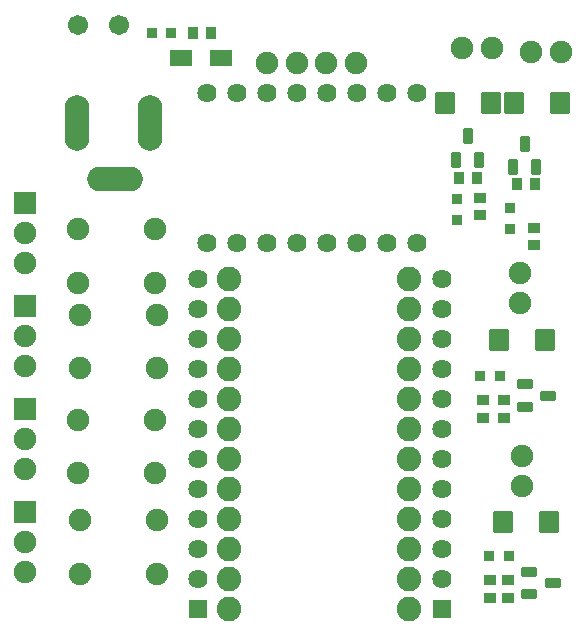
<source format=gts>
G04 Layer: TopSolderMaskLayer*
G04 EasyEDA v6.5.22, 2025-01-04 22:24:20*
G04 4654ec591aaf40839b9ddd4dd84afded,10*
G04 Gerber Generator version 0.2*
G04 Scale: 100 percent, Rotated: No, Reflected: No *
G04 Dimensions in millimeters *
G04 leading zeros omitted , absolute positions ,4 integer and 5 decimal *
%FSLAX45Y45*%
%MOMM*%

%AMMACRO1*1,1,$1,$2,$3*1,1,$1,$4,$5*1,1,$1,0-$2,0-$3*1,1,$1,0-$4,0-$5*20,1,$1,$2,$3,$4,$5,0*20,1,$1,$4,$5,0-$2,0-$3,0*20,1,$1,0-$2,0-$3,0-$4,0-$5,0*20,1,$1,0-$4,0-$5,$2,$3,0*4,1,4,$2,$3,$4,$5,0-$2,0-$3,0-$4,0-$5,$2,$3,0*%
%ADD10O,2.101596X4.701590799999999*%
%ADD11O,4.701590799999999X2.101596*%
%ADD12C,1.9016*%
%ADD13C,2.0828*%
%ADD14C,1.6256*%
%ADD15MACRO1,0.1016X0.8X-0.85X-0.8X-0.85*%
%ADD16MACRO1,0.1016X0.625X-0.35X-0.625X-0.35*%
%ADD17MACRO1,0.1016X-0.4X-0.4X-0.4X0.4*%
%ADD18MACRO1,0.1016X-0.8X0.85X0.8X0.85*%
%ADD19MACRO1,0.1016X0.35X0.625X0.35X-0.625*%
%ADD20MACRO1,0.1016X0.4X-0.4X-0.4X-0.4*%
%ADD21MACRO1,0.1016X-0.9X-0.9X-0.9X0.9*%
%ADD22MACRO1,0.1016X0.432X-0.4032X-0.432X-0.4032*%
%ADD23MACRO1,0.1016X0.432X0.4032X-0.432X0.4032*%
%ADD24MACRO1,0.1016X0.4032X0.432X0.4032X-0.432*%
%ADD25MACRO1,0.1016X-0.4032X0.432X-0.4032X-0.432*%
%ADD26MACRO1,0.1016X-0.432X0.4032X0.432X0.4032*%
%ADD27MACRO1,0.1016X-0.432X-0.4032X0.432X-0.4032*%
%ADD28C,1.7016*%
%ADD29MACRO1,0.1016X0.8788X0.648X0.8788X-0.648*%
%ADD30MACRO1,0.1016X-0.8788X0.648X-0.8788X-0.648*%
%ADD31R,1.6256X1.6256*%
%ADD32MACRO1,0.1016X0.4X0.4X0.4X-0.4*%
%ADD33MACRO1,0.1016X-0.4032X-0.432X-0.4032X0.432*%
%ADD34MACRO1,0.1016X0.4032X-0.432X0.4032X0.432*%

%LPD*%
D10*
G01*
X1364081Y4540275D03*
G01*
X744118Y4540300D03*
D11*
G01*
X1064107Y4070273D03*
D12*
G01*
X2355468Y5054600D03*
G01*
X2605659Y5054600D03*
G01*
X2855595Y5054600D03*
G01*
X3105531Y5054600D03*
D13*
G01*
X3556000Y431800D03*
G01*
X3556000Y685800D03*
G01*
X3556000Y939800D03*
G01*
X3556000Y1193800D03*
G01*
X3556000Y1447800D03*
G01*
X3556000Y1701800D03*
G01*
X3556000Y1955800D03*
G01*
X3556000Y2209800D03*
G01*
X3556000Y2463800D03*
G01*
X3556000Y2717800D03*
G01*
X3556000Y2971800D03*
G01*
X3556000Y3225800D03*
G01*
X2032000Y3225800D03*
G01*
X2032000Y2971800D03*
G01*
X2032000Y2717800D03*
G01*
X2032000Y2463800D03*
G01*
X2032000Y2209800D03*
G01*
X2032000Y1955800D03*
G01*
X2032000Y1701800D03*
G01*
X2032000Y1447800D03*
G01*
X2032000Y1193800D03*
G01*
X2032000Y939800D03*
G01*
X2032000Y685800D03*
G01*
X2032000Y431800D03*
D14*
G01*
X3619500Y3530600D03*
G01*
X3619500Y4800600D03*
G01*
X3365500Y3530600D03*
G01*
X3111500Y3530600D03*
G01*
X2857500Y3530600D03*
G01*
X2603500Y3530600D03*
G01*
X2349500Y3530600D03*
G01*
X2095500Y3530600D03*
G01*
X1841500Y3530600D03*
G01*
X3365500Y4800600D03*
G01*
X3111500Y4800600D03*
G01*
X2857500Y4800600D03*
G01*
X2603500Y4800600D03*
G01*
X2349500Y4800600D03*
G01*
X2095500Y4800600D03*
G01*
X1841500Y4800600D03*
D15*
G01*
X4742599Y1168400D03*
G01*
X4350600Y1168400D03*
D16*
G01*
X4573600Y742696D03*
G01*
X4573600Y552705D03*
G01*
X4773599Y647701D03*
D17*
G01*
X4232910Y876300D03*
G01*
X4403089Y876300D03*
D12*
G01*
X4508500Y1722551D03*
G01*
X4508500Y1468551D03*
D15*
G01*
X4704499Y2705100D03*
G01*
X4312500Y2705100D03*
D18*
G01*
X4439500Y4711700D03*
G01*
X4831499Y4711700D03*
G01*
X3855300Y4711700D03*
G01*
X4247299Y4711700D03*
D16*
G01*
X4535500Y2330196D03*
G01*
X4535500Y2140205D03*
G01*
X4735499Y2235201D03*
D19*
G01*
X4438903Y4167200D03*
G01*
X4628894Y4167200D03*
G01*
X4533898Y4367199D03*
G01*
X3956303Y4230700D03*
G01*
X4146294Y4230700D03*
G01*
X4051298Y4430699D03*
D17*
G01*
X4156710Y2400300D03*
G01*
X4326889Y2400300D03*
D20*
G01*
X4406900Y3648710D03*
G01*
X4406900Y3818889D03*
G01*
X3962400Y3724910D03*
G01*
X3962400Y3895089D03*
D12*
G01*
X4495800Y3276600D03*
G01*
X4495800Y3022600D03*
G01*
X4584700Y5143500D03*
G01*
X4838700Y5143500D03*
G01*
X4000500Y5181600D03*
G01*
X4254500Y5181600D03*
D21*
G01*
X304800Y3869265D03*
D12*
G01*
X304800Y3615258D03*
G01*
X304800Y3361258D03*
G01*
X754506Y3641293D03*
G01*
X1404493Y3641293D03*
G01*
X754506Y3191306D03*
G01*
X1404493Y3191306D03*
G01*
X767206Y2917393D03*
G01*
X1417193Y2917393D03*
G01*
X767206Y2467406D03*
G01*
X1417193Y2467406D03*
D22*
G01*
X4394200Y672224D03*
D23*
G01*
X4394200Y521575D03*
D22*
G01*
X4356100Y2196224D03*
D23*
G01*
X4356100Y2045575D03*
D24*
G01*
X4471275Y4025900D03*
D25*
G01*
X4621924Y4025900D03*
D24*
G01*
X3975975Y4076700D03*
D25*
G01*
X4126624Y4076700D03*
D22*
G01*
X4241800Y672224D03*
D23*
G01*
X4241800Y521575D03*
D22*
G01*
X4178300Y2196224D03*
D23*
G01*
X4178300Y2045575D03*
D26*
G01*
X4610100Y3506075D03*
D27*
G01*
X4610100Y3656724D03*
D26*
G01*
X4152900Y3760075D03*
D27*
G01*
X4152900Y3910724D03*
D28*
G01*
X752094Y5372100D03*
G01*
X1102105Y5372100D03*
D29*
G01*
X1622075Y5092700D03*
D30*
G01*
X1959324Y5092700D03*
D14*
G01*
X3835400Y3225800D03*
G01*
X3835400Y2971800D03*
G01*
X3835400Y2717800D03*
G01*
X3835400Y2463800D03*
G01*
X3835400Y2209800D03*
G01*
X3835400Y1955800D03*
G01*
X3835400Y1701800D03*
G01*
X3835400Y1447800D03*
G01*
X3835400Y1193800D03*
G01*
X3835400Y939800D03*
G01*
X3835400Y685800D03*
D31*
G01*
X3835400Y431800D03*
D14*
G01*
X1765300Y3225800D03*
G01*
X1765300Y2971800D03*
G01*
X1765300Y2717800D03*
G01*
X1765300Y2463800D03*
G01*
X1765300Y2209800D03*
G01*
X1765300Y1955800D03*
G01*
X1765300Y1701800D03*
G01*
X1765300Y1447800D03*
G01*
X1765300Y1193800D03*
G01*
X1765300Y939800D03*
G01*
X1765300Y685800D03*
D31*
G01*
X1765300Y431800D03*
D32*
G01*
X1380556Y5308589D03*
G01*
X1540456Y5308605D03*
D33*
G01*
X1878724Y5308600D03*
D34*
G01*
X1728075Y5308600D03*
D21*
G01*
X304800Y1253065D03*
D12*
G01*
X304800Y999083D03*
G01*
X304800Y745083D03*
G01*
X767206Y1177493D03*
G01*
X1417193Y1177493D03*
G01*
X767206Y727506D03*
G01*
X1417193Y727506D03*
D21*
G01*
X304800Y2125131D03*
D12*
G01*
X304800Y1871141D03*
G01*
X304800Y1617141D03*
G01*
X754506Y2028393D03*
G01*
X1404493Y2028393D03*
G01*
X754506Y1578406D03*
G01*
X1404493Y1578406D03*
D21*
G01*
X304800Y2997200D03*
D12*
G01*
X304800Y2743200D03*
G01*
X304800Y2489200D03*
M02*

</source>
